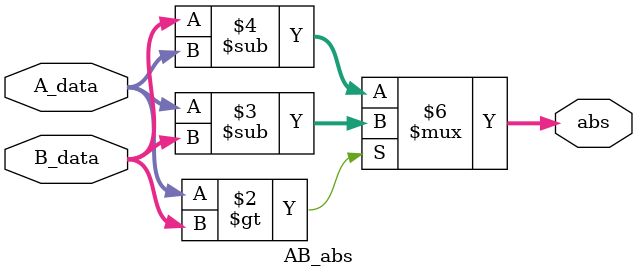
<source format=sv>
module AB_abs (
    input logic [7:0] A_data,
    input logic [7:0] B_data,
    output logic [7:0] abs
);

	always_comb 
		begin
			if (A_data > B_data)
				abs = A_data - B_data;
			else
				abs = B_data - A_data;
		end

endmodule 
</source>
